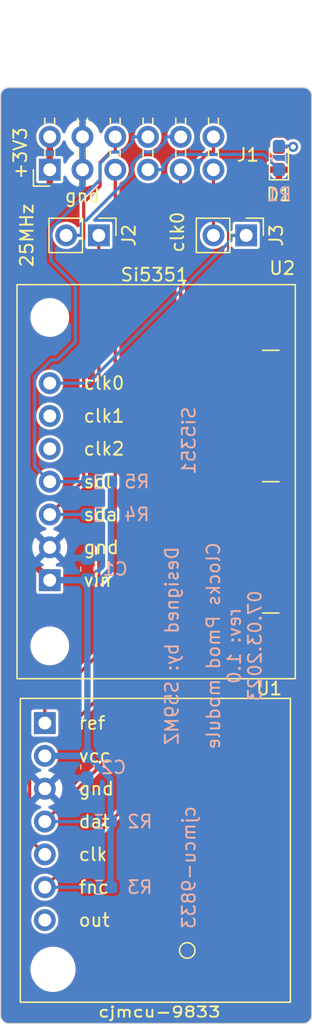
<source format=kicad_pcb>
(kicad_pcb (version 20211014) (generator pcbnew)
  (layers (0 "F.Cu" signal) (31 "B.Cu" signal) (34 "B.Paste" user) (35 "F.Paste" user) (36 "B.SilkS" user "B.Silkscreen") (37 "F.SilkS" user "F.Silkscreen") (38 "B.Mask" user) (39 "F.Mask" user) (44 "Edge.Cuts" user))
  (net 0 "")
  (net 1 "+3V3")
  (net 2 "GND")
  (net 3 "Net-(D1-Pad2)")
  (net 4 "/sck")
  (net 5 "/sda")
  (net 6 "/led")
  (net 7 "/scl")
  (net 8 "/mosi")
  (net 9 "/ref")
  (net 10 "/cs*")
  (net 11 "/clk")
  (net 12 "Net-(J2-Pad1)")
  (net 13 "Net-(J3-Pad1)")
  (footprint "Library:Si5351" (layer "F.Cu") (at 81.28 105.41 -90)
    (fp_text reference "U2" (at -24.13 -18.034 unlocked) (layer "F.SilkS"))
    (fp_text value "Si5351")
    (fp_text user "vin" (at 0 -2.54 unlocked) (layer "F.SilkS") (effects (justify left)))
    (fp_text user "clk2" (at -10.16 -2.54 unlocked) (layer "F.SilkS") (effects (justify left)))
    (fp_text user "gnd" (at -2.54 -2.54 unlocked) (layer "F.SilkS") (effects (justify left)))
    (fp_text user "clk1" (at -12.7 -2.54 unlocked) (layer "F.SilkS") (effects (justify left)))
    (fp_text user "clk0" (at -15.24 -2.54 unlocked) (layer "F.SilkS") (effects (justify left)))
    (fp_text user "sda" (at -5.08 -2.54 unlocked) (layer "F.SilkS") (effects (justify left)))
    (fp_text user "scl" (at -7.62 -2.54 unlocked) (layer "F.SilkS") (effects (justify left)))
    (fp_text user "Si5351" (at -23.622 -8.128 unlocked) (layer "F.SilkS"))
    (fp_line (start 2.54 -17.78) (end 2.54 -16.51) (layer "F.SilkS") (width 0.12))
    (fp_line (start -7.62 -16.51) (end -7.62 -17.145) (layer "F.SilkS") (width 0.12))
    (fp_line (start -7.62 -17.78) (end -7.62 -16.51) (layer "F.SilkS") (width 0.12))
    (fp_line (start -17.78 -17.78) (end -17.78 -16.51) (layer "F.SilkS") (width 0.12))
    (fp_rect (start -22.86 -19.05) (end 7.62 2.54) (layer "F.SilkS") (width 0.12) (fill none))
    (pad "" np_thru_hole circle (at 5.08 0 270) (size 2.5 2.5) (drill 2.5) (layers F&B.Cu *.Mask))
    (pad "" np_thru_hole circle (at -20.32 0 270) (size 2.5 2.5) (drill 2.5) (layers F&B.Cu *.Mask))
    (pad "1" thru_hole rect (at 0 0 270) (size 1.7 1.7) (drill 1) (layers *.Cu *.Mask) (net 1 "+3V3"))
    (pad "2" thru_hole circle (at -2.54 0 270) (size 1.7 1.7) (drill 1) (layers *.Cu *.Mask) (net 2 "GND"))
    (pad "3" thru_hole circle (at -5.08 0 270) (size 1.7 1.7) (drill 1) (layers *.Cu *.Mask) (net 5 "/sda"))
    (pad "4" thru_hole circle (at -7.62 0 270) (size 1.7 1.7) (drill 1) (layers *.Cu *.Mask) (net 7 "/scl"))
    (pad "5" thru_hole circle (at -10.16 0 270) (size 1.7 1.7) (drill 1) (layers *.Cu *.Mask))
    (pad "6" thru_hole circle (at -12.7 0 270) (size 1.7 1.7) (drill 1) (layers *.Cu *.Mask))
    (pad "7" thru_hole circle (at -15.24 0 270) (size 1.7 1.7) (drill 1) (layers *.Cu *.Mask) (net 13 "Net-(J3-Pad1)"))
  )
  (footprint "LED_SMD:LED_0603_1608Metric_Pad1.05x0.95mm_HandSolder" (layer "F.Cu") (at 99.06 72.785 90)
    (fp_text reference "D1" (at -2.794 0) (layer "F.SilkS"))
    (fp_text value "LED")
    (fp_line (start -1.66 0.735) (end 0.8 0.735) (layer "F.SilkS") (width 0.12))
    (fp_line (start -1.66 -0.735) (end -1.66 0.735) (layer "F.SilkS") (width 0.12))
    (fp_line (start 0.8 -0.735) (end -1.66 -0.735) (layer "F.SilkS") (width 0.12))
    (pad "1" smd roundrect (at -0.875 0 90) (size 1.05 0.95) (layers "F.Cu" "F.Paste" "F.Mask") (net 2 "GND"))
    (pad "2" smd roundrect (at 0.875 0 90) (size 1.05 0.95) (layers "F.Cu" "F.Paste" "F.Mask") (net 3 "Net-(D1-Pad2)"))
  )
  (footprint "Library:PinHeader_2x06_P2.54mm_Horizontal" (layer "F.Cu") (at 81.28 73.66 90)
    (fp_text reference "J1" (at 1.143 15.367) (layer "F.SilkS"))
    (fp_text value "pmod")
    (fp_text user "gnd" (at -2.032 2.54) (layer "F.SilkS"))
    (fp_text user "+3V3" (at 1.27 -2.286 90) (layer "F.SilkS"))
    (fp_line (start 3.582929 7.24) (end 3.98 7.24) (layer "F.SilkS") (width 0.12))
    (fp_line (start 3.582929 2.92) (end 3.98 2.92) (layer "F.SilkS") (width 0.12))
    (fp_line (start 3.582929 5.46) (end 3.98 5.46) (layer "F.SilkS") (width 0.12))
    (fp_line (start 1.042929 9.78) (end 1.497071 9.78) (layer "F.SilkS") (width 0.12))
    (fp_line (start -1.27 -1.27) (end 0 -1.27) (layer "F.SilkS") (width 0.12))
    (fp_line (start 1.042929 7.24) (end 1.497071 7.24) (layer "F.SilkS") (width 0.12))
    (fp_line (start 3.582929 -0.38) (end 3.98 -0.38) (layer "F.SilkS") (width 0.12))
    (fp_line (start 3.582929 13.08) (end 3.98 13.08) (layer "F.SilkS") (width 0.12))
    (fp_line (start 3.582929 12.32) (end 3.98 12.32) (layer "F.SilkS") (width 0.12))
    (fp_line (start 1.042929 2.16) (end 1.497071 2.16) (layer "F.SilkS") (width 0.12))
    (fp_line (start 1.042929 4.7) (end 1.497071 4.7) (layer "F.SilkS") (width 0.12))
    (fp_line (start 1.042929 10.54) (end 1.497071 10.54) (layer "F.SilkS") (width 0.12))
    (fp_line (start 1.11 0.38) (end 1.497071 0.38) (layer "F.SilkS") (width 0.12))
    (fp_line (start 1.042929 12.32) (end 1.497071 12.32) (layer "F.SilkS") (width 0.12))
    (fp_line (start 3.582929 0.38) (end 3.98 0.38) (layer "F.SilkS") (width 0.12))
    (fp_line (start 1.042929 8) (end 1.497071 8) (layer "F.SilkS") (width 0.12))
    (fp_line (start 3.582929 4.7) (end 3.98 4.7) (layer "F.SilkS") (width 0.12))
    (fp_line (start 1.042929 5.46) (end 1.497071 5.46) (layer "F.SilkS") (width 0.12))
    (fp_line (start 3.582929 9.78) (end 3.98 9.78) (layer "F.SilkS") (width 0.12))
    (fp_line (start 1.042929 2.92) (end 1.497071 2.92) (layer "F.SilkS") (width 0.12))
    (fp_line (start 3.582929 8) (end 3.98 8) (layer "F.SilkS") (width 0.12))
    (fp_line (start 3.582929 2.16) (end 3.98 2.16) (layer "F.SilkS") (width 0.12))
    (fp_line (start -1.27 0) (end -1.27 -1.27) (layer "F.SilkS") (width 0.12))
    (fp_line (start 1.11 -0.38) (end 1.497071 -0.38) (layer "F.SilkS") (width 0.12))
    (fp_line (start 3.582929 10.54) (end 3.98 10.54) (layer "F.SilkS") (width 0.12))
    (fp_line (start 1.042929 13.08) (end 1.497071 13.08) (layer "F.SilkS") (width 0.12))
    (pad "1" thru_hole rect (at 0 0 90) (size 1.7 1.7) (drill 1) (layers F&B.Cu *.Mask) (net 1 "+3V3"))
    (pad "2" thru_hole oval (at 2.54 0 90) (size 1.7 1.7) (drill 1) (layers F&B.Cu *.Mask) (net 1 "+3V3"))
    (pad "3" thru_hole oval (at 0 2.54 90) (size 1.7 1.7) (drill 1) (layers F&B.Cu *.Mask) (net 2 "GND"))
    (pad "4" thru_hole oval (at 2.54 2.54 90) (size 1.7 1.7) (drill 1) (layers F&B.Cu *.Mask) (net 2 "GND"))
    (pad "5" thru_hole oval (at 0 5.08 90) (size 1.7 1.7) (drill 1) (layers F&B.Cu *.Mask) (net 4 "/sck"))
    (pad "6" thru_hole oval (at 2.54 5.08 90) (size 1.7 1.7) (drill 1) (layers F&B.Cu *.Mask) (net 5 "/sda"))
    (pad "7" thru_hole oval (at 0 7.62 90) (size 1.7 1.7) (drill 1) (layers F&B.Cu *.Mask) (net 6 "/led"))
    (pad "8" thru_hole oval (at 2.54 7.62 90) (size 1.7 1.7) (drill 1) (layers F&B.Cu *.Mask) (net 7 "/scl"))
    (pad "9" thru_hole oval (at 0 10.16 90) (size 1.7 1.7) (drill 1) (layers F&B.Cu *.Mask) (net 8 "/mosi"))
    (pad "10" thru_hole oval (at 2.54 10.16 90) (size 1.7 1.7) (drill 1) (layers F&B.Cu *.Mask) (net 9 "/ref"))
    (pad "11" thru_hole oval (at 0 12.7 90) (size 1.7 1.7) (drill 1) (layers F&B.Cu *.Mask) (net 10 "/cs*"))
    (pad "12" thru_hole oval (at 2.54 12.7 90) (size 1.7 1.7) (drill 1) (layers F&B.Cu *.Mask) (net 11 "/clk"))
  )
  (footprint "Connector_PinHeader_2.54mm:PinHeader_1x02_P2.54mm_Vertical" (layer "F.Cu") (at 85.09 78.74 -90)
    (fp_text reference "J2" (at 0 -2.33 90) (layer "F.SilkS"))
    (fp_text value "25Mhz")
    (fp_text user "25MHz" (at 0 5.588 90) (layer "F.SilkS"))
    (fp_line (start -1.33 1.27) (end 1.33 1.27) (layer "F.SilkS") (width 0.12))
    (fp_line (start -1.33 -1.33) (end 0 -1.33) (layer "F.SilkS") (width 0.12))
    (fp_line (start -1.33 0) (end -1.33 -1.33) (layer "F.SilkS") (width 0.12))
    (fp_line (start -1.33 1.27) (end -1.33 3.87) (layer "F.SilkS") (width 0.12))
    (fp_line (start -1.33 3.87) (end 1.33 3.87) (layer "F.SilkS") (width 0.12))
    (fp_line (start 1.33 1.27) (end 1.33 3.87) (layer "F.SilkS") (width 0.12))
    (pad "1" thru_hole rect (at 0 0 270) (size 1.7 1.7) (drill 1) (layers *.Cu *.Mask) (net 12 "Net-(J2-Pad1)"))
    (pad "2" thru_hole oval (at 0 2.54 270) (size 1.7 1.7) (drill 1) (layers *.Cu *.Mask) (net 9 "/ref"))
  )
  (footprint "Library:cjmcu-9833" (layer "F.Cu") (at 80.899 116.459 -90)
    (fp_text reference "U1" (at -2.667 -17.399 unlocked) (layer "F.SilkS"))
    (fp_text value "cjmcu-9833")
    (fp_text user "dat" (at 7.62 -2.54 unlocked) (layer "F.SilkS") (effects (justify left)))
    (fp_text user "cjmcu-9833" (at 22.352 -8.89 unlocked) (layer "F.SilkS") (effects (font (size 0.8 1))))
    (fp_text user "ref" (at 0 -2.54 unlocked) (layer "F.SilkS") (effects (justify left)))
    (fp_text user "fnc" (at 12.7 -2.54 unlocked) (layer "F.SilkS") (effects (justify left)))
    (fp_text user "vcc" (at 2.54 -2.54 unlocked) (layer "F.SilkS") (effects (justify left)))
    (fp_text user "out" (at 15.24 -2.54 unlocked) (layer "F.SilkS") (effects (justify left)))
    (fp_text user "gnd" (at 5.08 -2.54 unlocked) (layer "F.SilkS") (effects (justify left)))
    (fp_text user "clk" (at 10.16 -2.54 unlocked) (layer "F.SilkS") (effects (justify left)))
    (fp_rect (start -1.905 -19.05) (end 21.59 1.905) (layer "F.SilkS") (width 0.12) (fill none))
    (fp_circle (center 17.59 -11.05) (end 18.19 -11.05) (layer "F.SilkS") (width 0.12) (fill none))
    (pad "" np_thru_hole circle (at 19.05 -0.635 270) (size 3 3) (drill 3) (layers F&B.Cu *.Mask))
    (pad "1" thru_hole rect (at 0 0 90) (size 1.7 1.7) (drill 1) (layers *.Cu *.Mask) (net 12 "Net-(J2-Pad1)"))
    (pad "2" thru_hole circle (at 2.54 0 90) (size 1.7 1.7) (drill 1) (layers *.Cu *.Mask) (net 1 "+3V3"))
    (pad "3" thru_hole circle (at 5.08 0 90) (size 1.7 1.7) (drill 1) (layers *.Cu *.Mask) (net 2 "GND"))
    (pad "4" thru_hole circle (at 7.62 0 90) (size 1.7 1.7) (drill 1) (layers *.Cu *.Mask) (net 8 "/mosi"))
    (pad "5" thru_hole circle (at 10.16 0 90) (size 1.7 1.7) (drill 1) (layers *.Cu *.Mask) (net 4 "/sck"))
    (pad "6" thru_hole circle (at 12.7 0 90) (size 1.7 1.7) (drill 1) (layers *.Cu *.Mask) (net 10 "/cs*"))
    (pad "7" thru_hole circle (at 15.24 0 90) (size 1.7 1.7) (drill 1) (layers *.Cu *.Mask))
  )
  (footprint "Connector_PinHeader_2.54mm:PinHeader_1x02_P2.54mm_Vertical" (layer "F.Cu") (at 96.52 78.74 -90)
    (fp_text reference "J3" (at 0 -2.33 90) (layer "F.SilkS"))
    (fp_text value "clk")
    (fp_text user "clk0" (at -0.254 5.334 90) (layer "F.SilkS"))
    (fp_line (start -1.33 1.27) (end 1.33 1.27) (layer "F.SilkS") (width 0.12))
    (fp_line (start -1.33 3.87) (end 1.33 3.87) (layer "F.SilkS") (width 0.12))
    (fp_line (start -1.33 1.27) (end -1.33 3.87) (layer "F.SilkS") (width 0.12))
    (fp_line (start -1.33 0) (end -1.33 -1.33) (layer "F.SilkS") (width 0.12))
    (fp_line (start -1.33 -1.33) (end 0 -1.33) (layer "F.SilkS") (width 0.12))
    (fp_line (start 1.33 1.27) (end 1.33 3.87) (layer "F.SilkS") (width 0.12))
    (pad "1" thru_hole rect (at 0 0 270) (size 1.7 1.7) (drill 1) (layers *.Cu *.Mask) (net 13 "Net-(J3-Pad1)"))
    (pad "2" thru_hole oval (at 0 2.54 270) (size 1.7 1.7) (drill 1) (layers *.Cu *.Mask) (net 11 "/clk"))
  )
  (footprint "Resistor_SMD:R_0603_1608Metric_Pad0.98x0.95mm_HandSolder" (layer "B.Cu") (at 85.09 124.079 180)
    (fp_text reference "R2" (at -3.175 0) (layer "B.SilkS") (effects (justify mirror)))
    (fp_text value "10k")
    (fp_line (start -0.254724 -0.5225) (end 0.254724 -0.5225) (layer "B.SilkS") (width 0.12))
    (fp_line (start -0.254724 0.5225) (end 0.254724 0.5225) (layer "B.SilkS") (width 0.12))
    (pad "1" smd roundrect (at -0.9125 0 180) (size 0.975 0.95) (layers "B.Cu" "B.Paste" "B.Mask") (net 1 "+3V3"))
    (pad "2" smd roundrect (at 0.9125 0 180) (size 0.975 0.95) (layers "B.Cu" "B.Paste" "B.Mask") (net 8 "/mosi"))
  )
  (footprint "Resistor_SMD:R_0603_1608Metric_Pad0.98x0.95mm_HandSolder" (layer "B.Cu") (at 85.1135 100.33 180)
    (fp_text reference "R4" (at -2.921 0) (layer "B.SilkS") (effects (justify mirror)))
    (fp_text value "10k")
    (fp_line (start -0.254724 0.5225) (end 0.254724 0.5225) (layer "B.SilkS") (width 0.12))
    (fp_line (start -0.254724 -0.5225) (end 0.254724 -0.5225) (layer "B.SilkS") (width 0.12))
    (pad "1" smd roundrect (at -0.9125 0 180) (size 0.975 0.95) (layers "B.Cu" "B.Paste" "B.Mask") (net 1 "+3V3"))
    (pad "2" smd roundrect (at 0.9125 0 180) (size 0.975 0.95) (layers "B.Cu" "B.Paste" "B.Mask") (net 5 "/sda"))
  )
  (footprint "Capacitor_SMD:C_0603_1608Metric_Pad1.08x0.95mm_HandSolder" (layer "B.Cu") (at 84.201 104.5475 90)
    (fp_text reference "C1" (at 0 2.159) (layer "B.SilkS") (effects (justify mirror)))
    (fp_text value "100n")
    (fp_line (start -0.146267 0.51) (end 0.146267 0.51) (layer "B.SilkS") (width 0.12))
    (fp_line (start -0.146267 -0.51) (end 0.146267 -0.51) (layer "B.SilkS") (width 0.12))
    (pad "1" smd roundrect (at -0.8625 0 90) (size 1.075 0.95) (layers "B.Cu" "B.Paste" "B.Mask") (net 1 "+3V3"))
    (pad "2" smd roundrect (at 0.8625 0 90) (size 1.075 0.95) (layers "B.Cu" "B.Paste" "B.Mask") (net 2 "GND"))
  )
  (footprint "Resistor_SMD:R_0603_1608Metric_Pad0.98x0.95mm_HandSolder" (layer "B.Cu") (at 85.1135 97.79 180)
    (fp_text reference "R5" (at -2.921 0) (layer "B.SilkS") (effects (justify mirror)))
    (fp_text value "10k")
    (fp_line (start -0.254724 -0.5225) (end 0.254724 -0.5225) (layer "B.SilkS") (width 0.12))
    (fp_line (start -0.254724 0.5225) (end 0.254724 0.5225) (layer "B.SilkS") (width 0.12))
    (pad "1" smd roundrect (at -0.9125 0 180) (size 0.975 0.95) (layers "B.Cu" "B.Paste" "B.Mask") (net 1 "+3V3"))
    (pad "2" smd roundrect (at 0.9125 0 180) (size 0.975 0.95) (layers "B.Cu" "B.Paste" "B.Mask") (net 7 "/scl"))
  )
  (footprint "Resistor_SMD:R_0603_1608Metric_Pad0.98x0.95mm_HandSolder" (layer "B.Cu") (at 85.1135 129.159 180)
    (fp_text reference "R3" (at -3.1515 0) (layer "B.SilkS") (effects (justify mirror)))
    (fp_text value "10k")
    (fp_line (start -0.254724 -0.5225) (end 0.254724 -0.5225) (layer "B.SilkS") (width 0.12))
    (fp_line (start -0.254724 0.5225) (end 0.254724 0.5225) (layer "B.SilkS") (width 0.12))
    (pad "1" smd roundrect (at -0.9125 0 180) (size 0.975 0.95) (layers "B.Cu" "B.Paste" "B.Mask") (net 1 "+3V3"))
    (pad "2" smd roundrect (at 0.9125 0 180) (size 0.975 0.95) (layers "B.Cu" "B.Paste" "B.Mask") (net 10 "/cs*"))
  )
  (footprint "Resistor_SMD:R_0603_1608Metric_Pad0.98x0.95mm_HandSolder" (layer "B.Cu") (at 99.06 72.7475 90)
    (fp_text reference "R1" (at -2.8175 0) (layer "B.SilkS") (effects (justify mirror)))
    (fp_text value "330E")
    (fp_line (start -0.254724 -0.5225) (end 0.254724 -0.5225) (layer "B.SilkS") (width 0.12))
    (fp_line (start -0.254724 0.5225) (end 0.254724 0.5225) (layer "B.SilkS") (width 0.12))
    (pad "1" smd roundrect (at -0.9125 0 90) (size 0.975 0.95) (layers "B.Cu" "B.Paste" "B.Mask") (net 6 "/led"))
    (pad "2" smd roundrect (at 0.9125 0 90) (size 0.975 0.95) (layers "B.Cu" "B.Paste" "B.Mask") (net 3 "Net-(D1-Pad2)"))
  )
  (footprint "Capacitor_SMD:C_0603_1608Metric_Pad1.08x0.95mm_HandSolder" (layer "B.Cu") (at 84.201 119.8615 -90)
    (fp_text reference "C2" (at 0.0265 -2.032 180) (layer "B.SilkS") (effects (justify mirror)))
    (fp_text value "100n")
    (fp_line (start -0.146267 -0.51) (end 0.146267 -0.51) (layer "B.SilkS") (width 0.12))
    (fp_line (start -0.146267 0.51) (end 0.146267 0.51) (layer "B.SilkS") (width 0.12))
    (pad "1" smd roundrect (at -0.8625 0 270) (size 1.075 0.95) (layers "B.Cu" "B.Paste" "B.Mask") (net 1 "+3V3"))
    (pad "2" smd roundrect (at 0.8625 0 270) (size 1.075 0.95) (layers "B.Cu" "B.Paste" "B.Mask") (net 2 "GND"))
  )
  (gr_line (start 101.6 139.065) (end 101.6 67.945) (layer "Edge.Cuts") (width 0.1))
  (gr_arc (start 77.47 67.945) (mid 77.655987 67.495987) (end 78.105 67.31) (layer "Edge.Cuts") (width 0.1))
  (gr_line (start 77.47 67.945) (end 77.47 139.065) (layer "Edge.Cuts") (width 0.1))
  (gr_line (start 100.965 67.31) (end 78.105 67.31) (layer "Edge.Cuts") (width 0.1))
  (gr_line (start 78.105 139.7) (end 100.965 139.7) (layer "Edge.Cuts") (width 0.1))
  (gr_arc (start 100.965 67.31) (mid 101.414013 67.495987) (end 101.6 67.945) (layer "Edge.Cuts") (width 0.1))
  (gr_arc (start 78.105 139.7) (mid 77.655987 139.514013) (end 77.47 139.065) (layer "Edge.Cuts") (width 0.1))
  (gr_arc (start 101.6 139.065) (mid 101.414013 139.514013) (end 100.965 139.7) (layer "Edge.Cuts") (width 0.1))
  (gr_text "cjmcu-9833" (at 92.075 127.635 90) (layer "B.SilkS") (effects (font (size 1 1)) (justify mirror)))
  (gr_text "Designed by: S59MZ\n\nClocks Pmod module\nrev: 1.0\n07.03.2023" (at 93.98 110.49 90) (layer "B.SilkS") (effects (font (size 1 1)) (justify mirror)))
  (gr_text "Si5351" (at 92.075 94.615 90) (layer "B.SilkS") (effects (font (size 1 1)) (justify mirror)))
  (segment (start 81.28 105.41) (end 79.143 103.273) (width 0.5) (layer "F.Cu") (net 1))
  (segment (start 81.28 73.66) (end 81.28 71.12) (width 0.5) (layer "F.Cu") (net 1))
  (segment (start 81.28 73.66) (end 81.28 74.9603) (width 0.5) (layer "F.Cu") (net 1))
  (segment (start 79.143 77.0973) (end 81.28 74.9603) (width 0.5) (layer "F.Cu") (net 1))
  (segment (start 79.143 103.273) (end 79.143 77.0973) (width 0.5) (layer "F.Cu") (net 1))
  (segment (start 85.217 105.41) (end 84.201 105.41) (width 0.5) (layer "B.Cu") (net 1))
  (segment (start 84.201 118.999) (end 80.899 118.999) (width 0.5) (layer "B.Cu") (net 1))
  (segment (start 86.0025 129.1355) (end 86.0025 124.079) (width 0.5) (layer "B.Cu") (net 1))
  (segment (start 86.026 97.79) (end 86.026 100.33) (width 0.5) (layer "B.Cu") (net 1))
  (segment (start 86.0025 124.079) (end 86.0025 120.8005) (width 0.5) (layer "B.Cu") (net 1))
  (segment (start 86.0025 120.8005) (end 84.201 118.999) (width 0.5) (layer "B.Cu") (net 1))
  (segment (start 85.7885 104.8385) (end 85.217 105.41) (width 0.5) (layer "B.Cu") (net 1))
  (segment (start 86.026 104.601) (end 85.7885 104.8385) (width 0.5) (layer "B.Cu") (net 1))
  (segment (start 86.026 129.159) (end 86.0025 129.1355) (width 0.5) (layer "B.Cu") (net 1))
  (segment (start 84.201 105.41) (end 84.201 118.999) (width 0.5) (layer "B.Cu") (net 1))
  (segment (start 81.28 105.41) (end 82.5803 105.41) (width 0.5) (layer "B.Cu") (net 1))
  (segment (start 86.026 100.33) (end 86.026 104.601) (width 0.5) (layer "B.Cu") (net 1))
  (segment (start 82.5803 105.41) (end 84.201 105.41) (width 0.5) (layer "B.Cu") (net 1))
  (segment (start 97.155 73.66) (end 99.06 73.66) (width 0.5) (layer "F.Cu") (net 2))
  (segment (start 95.885 72.39) (end 97.155 73.66) (width 0.5) (layer "F.Cu") (net 2))
  (segment (start 84.455 68.58) (end 94.615 68.58) (width 0.5) (layer "F.Cu") (net 2))
  (segment (start 83.82 69.215) (end 84.455 68.58) (width 0.5) (layer "F.Cu") (net 2))
  (segment (start 83.82 71.12) (end 83.82 69.215) (width 0.5) (layer "F.Cu") (net 2))
  (segment (start 83.82 73.66) (end 83.82 71.12) (width 0.5) (layer "F.Cu") (net 2))
  (segment (start 95.885 69.85) (end 95.885 72.39) (width 0.5) (layer "F.Cu") (net 2))
  (segment (start 94.615 68.58) (end 95.885 69.85) (width 0.5) (layer "F.Cu") (net 2))
  (segment (start 79.1761 100.7661) (end 81.28 102.87) (width 0.5) (layer "B.Cu") (net 2))
  (segment (start 83.82 73.66) (end 83.82 74.9603) (width 0.5) (layer "B.Cu") (net 2))
  (segment (start 79.1761 79.6042) (end 79.1761 100.7661) (width 0.5) (layer "B.Cu") (net 2))
  (segment (start 82.55 101.6) (end 81.28 102.87) (width 0.5) (layer "B.Cu") (net 2))
  (segment (start 83.82 74.9603) (end 79.1761 79.6042) (width 0.5) (layer "B.Cu") (net 2))
  (segment (start 84.201 101.981) (end 83.82 101.6) (width 0.5) (layer "B.Cu") (net 2))
  (segment (start 83.82 101.6) (end 82.55 101.6) (width 0.5) (layer "B.Cu") (net 2))
  (segment (start 81.28 102.87) (end 78.994 105.156) (width 0.5) (layer "B.Cu") (net 2))
  (segment (start 78.994 105.156) (end 78.994 119.634) (width 0.5) (layer "B.Cu") (net 2))
  (segment (start 78.994 119.634) (end 80.899 121.539) (width 0.5) (layer "B.Cu") (net 2))
  (segment (start 83.947 122.809) (end 84.201 122.555) (width 0.5) (layer "B.Cu") (net 2))
  (segment (start 82.169 122.809) (end 83.947 122.809) (width 0.5) (layer "B.Cu") (net 2))
  (segment (start 84.201 122.555) (end 84.201 120.724) (width 0.5) (layer "B.Cu") (net 2))
  (segment (start 84.201 103.685) (end 84.201 101.981) (width 0.5) (layer "B.Cu") (net 2))
  (segment (start 80.899 121.539) (end 82.169 122.809) (width 0.5) (layer "B.Cu") (net 2))
  (segment (start 99.06 71.91) (end 99.0778 71.8922) (width 0.25) (layer "F.Cu") (net 3))
  (segment (start 99.0778 71.8922) (end 100.1624 71.8922) (width 0.25) (layer "F.Cu") (net 3))
  (via (at 100.1624 71.8922) (size 0.8) (drill 0.4) (layers "F.Cu" "B.Cu") (net 3))
  (segment (start 100.1052 71.835) (end 100.1624 71.8922) (width 0.25) (layer "B.Cu") (net 3))
  (segment (start 99.06 71.835) (end 100.1052 71.835) (width 0.25) (layer "B.Cu") (net 3))
  (segment (start 86.36 113.2149) (end 81.9405 117.6344) (width 0.25) (layer "F.Cu") (net 4))
  (segment (start 79.7178 125.4378) (end 80.899 126.619) (width 0.25) (layer "F.Cu") (net 4))
  (segment (start 80.5549 117.6344) (end 79.7178 118.4715) (width 0.25) (layer "F.Cu") (net 4))
  (segment (start 86.36 73.66) (end 86.36 113.2149) (width 0.25) (layer "F.Cu") (net 4))
  (segment (start 79.7178 118.4715) (end 79.7178 125.4378) (width 0.25) (layer "F.Cu") (net 4))
  (segment (start 81.9405 117.6344) (end 80.5549 117.6344) (width 0.25) (layer "F.Cu") (net 4))
  (segment (start 86.36 72.2953) (end 85.9926 72.2953) (width 0.25) (layer "F.Cu") (net 5))
  (segment (start 85.9926 72.2953) (end 85.1847 73.1032) (width 0.25) (layer "F.Cu") (net 5))
  (segment (start 83.9147 76.1999) (end 83.9147 97.6953) (width 0.25) (layer "F.Cu") (net 5))
  (segment (start 83.9147 97.6953) (end 81.28 100.33) (width 0.25) (layer "F.Cu") (net 5))
  (segment (start 85.1847 73.1032) (end 85.1847 74.9299) (width 0.25) (layer "F.Cu") (net 5))
  (segment (start 85.1847 74.9299) (end 83.9147 76.1999) (width 0.25) (layer "F.Cu") (net 5))
  (segment (start 86.36 71.12) (end 86.36 72.2953) (width 0.25) (layer "F.Cu") (net 5))
  (segment (start 84.201 100.33) (end 81.28 100.33) (width 0.25) (layer "B.Cu") (net 5))
  (segment (start 99.06 73.66) (end 97.8847 72.4847) (width 0.25) (layer "B.Cu") (net 6))
  (segment (start 90.8832 72.4847) (end 90.0753 73.2926) (width 0.25) (layer "B.Cu") (net 6))
  (segment (start 90.0753 73.2926) (end 90.0753 73.66) (width 0.25) (layer "B.Cu") (net 6))
  (segment (start 97.8847 72.4847) (end 90.8832 72.4847) (width 0.25) (layer "B.Cu") (net 6))
  (segment (start 88.9 73.66) (end 90.0753 73.66) (width 0.25) (layer "B.Cu") (net 6))
  (segment (start 86.0599 72.2953) (end 86.9168 72.2953) (width 0.25) (layer "B.Cu") (net 7))
  (segment (start 80.1046 89.6778) (end 81.4187 88.3637) (width 0.25) (layer "B.Cu") (net 7))
  (segment (start 87.7247 71.4874) (end 87.7247 71.12) (width 0.25) (layer "B.Cu") (net 7))
  (segment (start 83.2625 86.9794) (end 83.2625 82.5816) (width 0.25) (layer "B.Cu") (net 7))
  (segment (start 88.9 71.12) (end 87.7247 71.12) (width 0.25) (layer "B.Cu") (net 7))
  (segment (start 81.3742 78.2466) (end 85.1846 74.4362) (width 0.25) (layer "B.Cu") (net 7))
  (segment (start 85.1846 73.1706) (end 86.0599 72.2953) (width 0.25) (layer "B.Cu") (net 7))
  (segment (start 83.2625 82.5816) (end 81.3742 80.6933) (width 0.25) (layer "B.Cu") (net 7))
  (segment (start 85.1846 74.4362) (end 85.1846 73.1706) (width 0.25) (layer "B.Cu") (net 7))
  (segment (start 81.28 97.79) (end 80.1046 96.6146) (width 0.25) (layer "B.Cu") (net 7))
  (segment (start 84.201 97.79) (end 81.28 97.79) (width 0.25) (layer "B.Cu") (net 7))
  (segment (start 80.1046 96.6146) (end 80.1046 89.6778) (width 0.25) (layer "B.Cu") (net 7))
  (segment (start 81.4187 88.3637) (end 81.8782 88.3637) (width 0.25) (layer "B.Cu") (net 7))
  (segment (start 81.3742 80.6933) (end 81.3742 78.2466) (width 0.25) (layer "B.Cu") (net 7))
  (segment (start 86.9168 72.2953) (end 87.7247 71.4874) (width 0.25) (layer "B.Cu") (net 7))
  (segment (start 81.8782 88.3637) (end 83.2625 86.9794) (width 0.25) (layer "B.Cu") (net 7))
  (segment (start 91.44 113.538) (end 80.899 124.079) (width 0.25) (layer "F.Cu") (net 8))
  (segment (start 91.44 73.66) (end 91.44 113.538) (width 0.25) (layer "F.Cu") (net 8))
  (segment (start 84.1775 124.079) (end 80.899 124.079) (width 0.25) (layer "B.Cu") (net 8))
  (segment (start 87.6634 73.2124) (end 88.5805 72.2953) (width 0.25) (layer "B.Cu") (net 9))
  (segment (start 88.5805 72.2953) (end 89.4568 72.2953) (width 0.25) (layer "B.Cu") (net 9))
  (segment (start 89.4568 72.2953) (end 90.2647 71.4874) (width 0.25) (layer "B.Cu") (net 9))
  (segment (start 82.55 78.74) (end 83.7253 78.74) (width 0.25) (layer "B.Cu") (net 9))
  (segment (start 83.7253 77.8668) (end 84.0274 77.5647) (width 0.25) (layer "B.Cu") (net 9))
  (segment (start 84.0274 77.5647) (end 84.1282 77.5647) (width 0.25) (layer "B.Cu") (net 9))
  (segment (start 91.44 71.12) (end 90.2647 71.12) (width 0.25) (layer "B.Cu") (net 9))
  (segment (start 84.1282 77.5647) (end 87.6634 74.0295) (width 0.25) (layer "B.Cu") (net 9))
  (segment (start 87.6634 74.0295) (end 87.6634 73.2124) (width 0.25) (layer "B.Cu") (net 9))
  (segment (start 83.7253 78.74) (end 83.7253 77.8668) (width 0.25) (layer "B.Cu") (net 9))
  (segment (start 90.2647 71.4874) (end 90.2647 71.12) (width 0.25) (layer "B.Cu") (net 9))
  (segment (start 93.98 73.66) (end 93.98 74.8353) (width 0.25) (layer "F.Cu") (net 10))
  (segment (start 80.899 129.159) (end 95.1553 114.9027) (width 0.25) (layer "F.Cu") (net 10))
  (segment (start 95.1553 76.0106) (end 93.98 74.8353) (width 0.25) (layer "F.Cu") (net 10))
  (segment (start 95.1553 114.9027) (end 95.1553 76.0106) (width 0.25) (layer "F.Cu") (net 10))
  (segment (start 84.201 129.159) (end 80.899 129.159) (width 0.25) (layer "B.Cu") (net 10))
  (segment (start 93.98 71.12) (end 93.98 72.2953) (width 0.25) (layer "F.Cu") (net 11))
  (segment (start 93.6126 72.2953) (end 93.98 72.2953) (width 0.25) (layer "F.Cu") (net 11))
  (segment (start 92.8047 76.3894) (end 92.8047 73.1032) (width 0.25) (layer "F.Cu") (net 11))
  (segment (start 92.8047 73.1032) (end 93.6126 72.2953) (width 0.25) (layer "F.Cu") (net 11))
  (segment (start 93.98 78.74) (end 93.98 77.5647) (width 0.25) (layer "F.Cu") (net 11))
  (segment (start 93.98 77.5647) (end 92.8047 76.3894) (width 0.25) (layer "F.Cu") (net 11))
  (segment (start 85.09 78.74) (end 85.09 111.0927) (width 0.25) (layer "F.Cu") (net 12))
  (segment (start 80.899 116.459) (end 80.899 115.2837) (width 0.25) (layer "F.Cu") (net 12))
  (segment (start 85.09 111.0927) (end 80.899 115.2837) (width 0.25) (layer "F.Cu") (net 12))
  (segment (start 96.52 78.74) (end 95.3447 78.74) (width 0.25) (layer "B.Cu") (net 13))
  (segment (start 95.3447 79.1073) (end 84.282 90.17) (width 0.25) (layer "B.Cu") (net 13))
  (segment (start 95.3447 78.74) (end 95.3447 79.1073) (width 0.25) (layer "B.Cu") (net 13))
  (segment (start 84.282 90.17) (end 81.28 90.17) (width 0.25) (layer "B.Cu") (net 13))
  (zone (net 2) (net_name "GND") (layers F&B.Cu) (connect_pads (clearance 0)) (min_thickness 0.254) (fill yes (thermal_gap 0.508) (thermal_bridge_width 0.508))
    (polygon (pts (xy 101.6 139.7) (xy 77.47 139.7) (xy 77.47 67.31) (xy 101.6 67.31)))
  )
)
</source>
